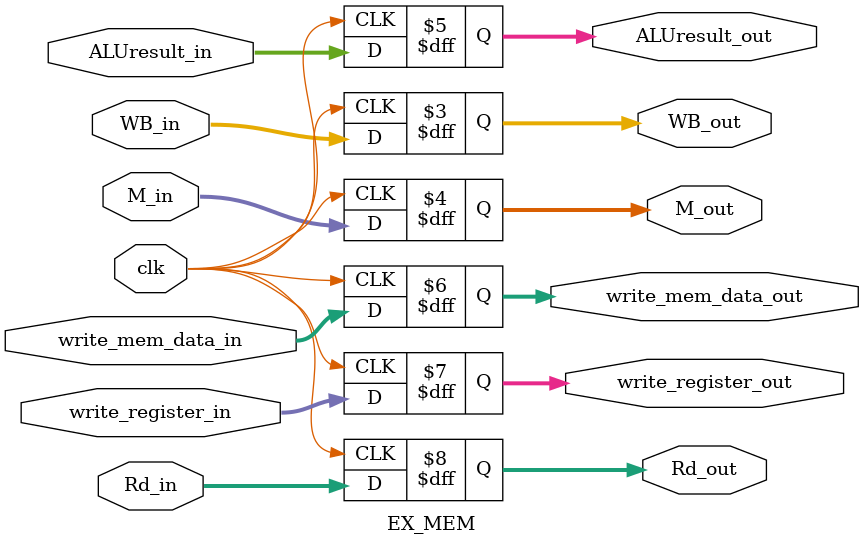
<source format=v>
module EX_MEM(
    input clk,
    input [1:0]WB_in,
    input [1:0]M_in,
    input [31:0]ALUresult_in,
    input [31:0]write_mem_data_in,
    input [4:0]write_register_in,
    input [4:0]Rd_in,

    output reg [1:0]WB_out,
    output reg [1:0]M_out,
    output reg [31:0]ALUresult_out,
    output reg [31:0]write_mem_data_out,
    output reg [4:0]write_register_out,
    output reg [4:0]Rd_out
);
initial begin
    WB_out = 2'b0;
    M_out = 2'b0;
    ALUresult_out = 32'b0;
    write_mem_data_out = 32'b0;
    write_register_out = 5'b0;
    Rd_out = 5'b0;
end

always @(posedge clk)begin
   WB_out <= WB_in;
   M_out <= M_in;
   ALUresult_out <= ALUresult_in;
   write_mem_data_out <= write_mem_data_in;
   write_register_out <= write_register_in;
   Rd_out <= Rd_in;
end

endmodule
</source>
